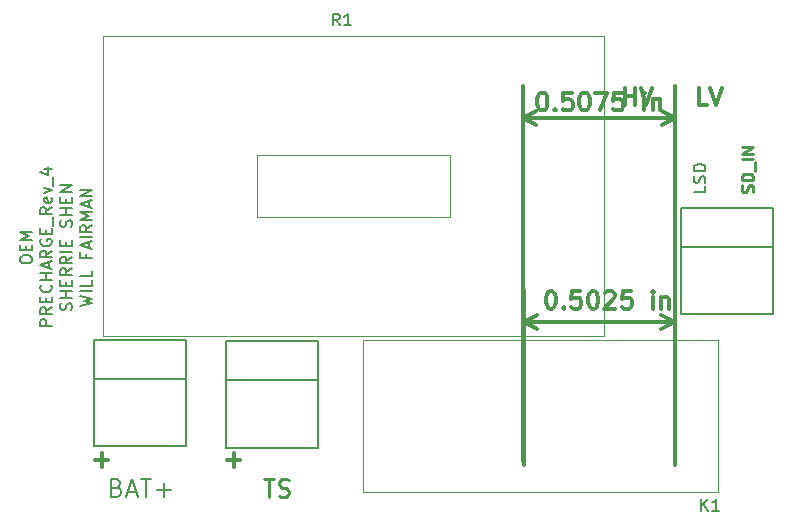
<source format=gbr>
G04 #@! TF.FileFunction,Legend,Top*
%FSLAX46Y46*%
G04 Gerber Fmt 4.6, Leading zero omitted, Abs format (unit mm)*
G04 Created by KiCad (PCBNEW 4.0.7-e2-6376~58~ubuntu16.04.1) date Mon Apr 30 20:59:08 2018*
%MOMM*%
%LPD*%
G01*
G04 APERTURE LIST*
%ADD10C,0.100000*%
%ADD11C,0.292100*%
%ADD12C,0.300000*%
%ADD13C,0.222250*%
%ADD14C,0.190500*%
%ADD15C,0.250000*%
%ADD16C,0.200000*%
%ADD17C,0.150000*%
%ADD18C,0.120000*%
G04 APERTURE END LIST*
D10*
D11*
X172339000Y-79819500D02*
X172339000Y-91376500D01*
D12*
X161794644Y-91190071D02*
X161937501Y-91190071D01*
X162080358Y-91261500D01*
X162151787Y-91332929D01*
X162223216Y-91475786D01*
X162294644Y-91761500D01*
X162294644Y-92118643D01*
X162223216Y-92404357D01*
X162151787Y-92547214D01*
X162080358Y-92618643D01*
X161937501Y-92690071D01*
X161794644Y-92690071D01*
X161651787Y-92618643D01*
X161580358Y-92547214D01*
X161508930Y-92404357D01*
X161437501Y-92118643D01*
X161437501Y-91761500D01*
X161508930Y-91475786D01*
X161580358Y-91332929D01*
X161651787Y-91261500D01*
X161794644Y-91190071D01*
X162937501Y-92547214D02*
X163008929Y-92618643D01*
X162937501Y-92690071D01*
X162866072Y-92618643D01*
X162937501Y-92547214D01*
X162937501Y-92690071D01*
X164366073Y-91190071D02*
X163651787Y-91190071D01*
X163580358Y-91904357D01*
X163651787Y-91832929D01*
X163794644Y-91761500D01*
X164151787Y-91761500D01*
X164294644Y-91832929D01*
X164366073Y-91904357D01*
X164437501Y-92047214D01*
X164437501Y-92404357D01*
X164366073Y-92547214D01*
X164294644Y-92618643D01*
X164151787Y-92690071D01*
X163794644Y-92690071D01*
X163651787Y-92618643D01*
X163580358Y-92547214D01*
X165366072Y-91190071D02*
X165508929Y-91190071D01*
X165651786Y-91261500D01*
X165723215Y-91332929D01*
X165794644Y-91475786D01*
X165866072Y-91761500D01*
X165866072Y-92118643D01*
X165794644Y-92404357D01*
X165723215Y-92547214D01*
X165651786Y-92618643D01*
X165508929Y-92690071D01*
X165366072Y-92690071D01*
X165223215Y-92618643D01*
X165151786Y-92547214D01*
X165080358Y-92404357D01*
X165008929Y-92118643D01*
X165008929Y-91761500D01*
X165080358Y-91475786D01*
X165151786Y-91332929D01*
X165223215Y-91261500D01*
X165366072Y-91190071D01*
X166437500Y-91332929D02*
X166508929Y-91261500D01*
X166651786Y-91190071D01*
X167008929Y-91190071D01*
X167151786Y-91261500D01*
X167223215Y-91332929D01*
X167294643Y-91475786D01*
X167294643Y-91618643D01*
X167223215Y-91832929D01*
X166366072Y-92690071D01*
X167294643Y-92690071D01*
X168651786Y-91190071D02*
X167937500Y-91190071D01*
X167866071Y-91904357D01*
X167937500Y-91832929D01*
X168080357Y-91761500D01*
X168437500Y-91761500D01*
X168580357Y-91832929D01*
X168651786Y-91904357D01*
X168723214Y-92047214D01*
X168723214Y-92404357D01*
X168651786Y-92547214D01*
X168580357Y-92618643D01*
X168437500Y-92690071D01*
X168080357Y-92690071D01*
X167937500Y-92618643D01*
X167866071Y-92547214D01*
X170508928Y-92690071D02*
X170508928Y-91690071D01*
X170508928Y-91190071D02*
X170437499Y-91261500D01*
X170508928Y-91332929D01*
X170580356Y-91261500D01*
X170508928Y-91190071D01*
X170508928Y-91332929D01*
X171223214Y-91690071D02*
X171223214Y-92690071D01*
X171223214Y-91832929D02*
X171294642Y-91761500D01*
X171437500Y-91690071D01*
X171651785Y-91690071D01*
X171794642Y-91761500D01*
X171866071Y-91904357D01*
X171866071Y-92690071D01*
X172339000Y-93853001D02*
X159575500Y-93853001D01*
X172339000Y-105918000D02*
X172339000Y-91153001D01*
X159575500Y-105918000D02*
X159575500Y-91153001D01*
X159575500Y-93853001D02*
X160702004Y-93266580D01*
X159575500Y-93853001D02*
X160702004Y-94439422D01*
X172339000Y-93853001D02*
X171212496Y-93266580D01*
X172339000Y-93853001D02*
X171212496Y-94439422D01*
D11*
X172339000Y-79946500D02*
X172339000Y-74168000D01*
D12*
X161064394Y-74409572D02*
X161207251Y-74409572D01*
X161350108Y-74481001D01*
X161421537Y-74552430D01*
X161492966Y-74695287D01*
X161564394Y-74981001D01*
X161564394Y-75338144D01*
X161492966Y-75623858D01*
X161421537Y-75766715D01*
X161350108Y-75838144D01*
X161207251Y-75909572D01*
X161064394Y-75909572D01*
X160921537Y-75838144D01*
X160850108Y-75766715D01*
X160778680Y-75623858D01*
X160707251Y-75338144D01*
X160707251Y-74981001D01*
X160778680Y-74695287D01*
X160850108Y-74552430D01*
X160921537Y-74481001D01*
X161064394Y-74409572D01*
X162207251Y-75766715D02*
X162278679Y-75838144D01*
X162207251Y-75909572D01*
X162135822Y-75838144D01*
X162207251Y-75766715D01*
X162207251Y-75909572D01*
X163635823Y-74409572D02*
X162921537Y-74409572D01*
X162850108Y-75123858D01*
X162921537Y-75052430D01*
X163064394Y-74981001D01*
X163421537Y-74981001D01*
X163564394Y-75052430D01*
X163635823Y-75123858D01*
X163707251Y-75266715D01*
X163707251Y-75623858D01*
X163635823Y-75766715D01*
X163564394Y-75838144D01*
X163421537Y-75909572D01*
X163064394Y-75909572D01*
X162921537Y-75838144D01*
X162850108Y-75766715D01*
X164635822Y-74409572D02*
X164778679Y-74409572D01*
X164921536Y-74481001D01*
X164992965Y-74552430D01*
X165064394Y-74695287D01*
X165135822Y-74981001D01*
X165135822Y-75338144D01*
X165064394Y-75623858D01*
X164992965Y-75766715D01*
X164921536Y-75838144D01*
X164778679Y-75909572D01*
X164635822Y-75909572D01*
X164492965Y-75838144D01*
X164421536Y-75766715D01*
X164350108Y-75623858D01*
X164278679Y-75338144D01*
X164278679Y-74981001D01*
X164350108Y-74695287D01*
X164421536Y-74552430D01*
X164492965Y-74481001D01*
X164635822Y-74409572D01*
X165635822Y-74409572D02*
X166635822Y-74409572D01*
X165992965Y-75909572D01*
X167921536Y-74409572D02*
X167207250Y-74409572D01*
X167135821Y-75123858D01*
X167207250Y-75052430D01*
X167350107Y-74981001D01*
X167707250Y-74981001D01*
X167850107Y-75052430D01*
X167921536Y-75123858D01*
X167992964Y-75266715D01*
X167992964Y-75623858D01*
X167921536Y-75766715D01*
X167850107Y-75838144D01*
X167707250Y-75909572D01*
X167350107Y-75909572D01*
X167207250Y-75838144D01*
X167135821Y-75766715D01*
X169778678Y-75909572D02*
X169778678Y-74909572D01*
X169778678Y-74409572D02*
X169707249Y-74481001D01*
X169778678Y-74552430D01*
X169850106Y-74481001D01*
X169778678Y-74409572D01*
X169778678Y-74552430D01*
X170492964Y-74909572D02*
X170492964Y-75909572D01*
X170492964Y-75052430D02*
X170564392Y-74981001D01*
X170707250Y-74909572D01*
X170921535Y-74909572D01*
X171064392Y-74981001D01*
X171135821Y-75123858D01*
X171135821Y-75909572D01*
X172402500Y-76581001D02*
X159512000Y-76581001D01*
X172402500Y-105600500D02*
X172402500Y-73881001D01*
X159512000Y-105600500D02*
X159512000Y-73881001D01*
X159512000Y-76581001D02*
X160638504Y-75994580D01*
X159512000Y-76581001D02*
X160638504Y-77167422D01*
X172402500Y-76581001D02*
X171275996Y-75994580D01*
X172402500Y-76581001D02*
X171275996Y-77167422D01*
X123253572Y-105517143D02*
X124396429Y-105517143D01*
X123825000Y-106088571D02*
X123825000Y-104945714D01*
X134429572Y-105517143D02*
X135572429Y-105517143D01*
X135001000Y-106088571D02*
X135001000Y-104945714D01*
D13*
X178966762Y-82827571D02*
X179014381Y-82684714D01*
X179014381Y-82446618D01*
X178966762Y-82351380D01*
X178919143Y-82303761D01*
X178823905Y-82256142D01*
X178728667Y-82256142D01*
X178633429Y-82303761D01*
X178585810Y-82351380D01*
X178538190Y-82446618D01*
X178490571Y-82637095D01*
X178442952Y-82732333D01*
X178395333Y-82779952D01*
X178300095Y-82827571D01*
X178204857Y-82827571D01*
X178109619Y-82779952D01*
X178062000Y-82732333D01*
X178014381Y-82637095D01*
X178014381Y-82398999D01*
X178062000Y-82256142D01*
X179014381Y-81827571D02*
X178014381Y-81827571D01*
X178014381Y-81589476D01*
X178062000Y-81446618D01*
X178157238Y-81351380D01*
X178252476Y-81303761D01*
X178442952Y-81256142D01*
X178585810Y-81256142D01*
X178776286Y-81303761D01*
X178871524Y-81351380D01*
X178966762Y-81446618D01*
X179014381Y-81589476D01*
X179014381Y-81827571D01*
X179109619Y-81065666D02*
X179109619Y-80303761D01*
X179014381Y-80065666D02*
X178014381Y-80065666D01*
X179014381Y-79589476D02*
X178014381Y-79589476D01*
X179014381Y-79018047D01*
X178014381Y-79018047D01*
D14*
X174950381Y-82327666D02*
X174950381Y-82803857D01*
X173950381Y-82803857D01*
X174902762Y-82041952D02*
X174950381Y-81899095D01*
X174950381Y-81660999D01*
X174902762Y-81565761D01*
X174855143Y-81518142D01*
X174759905Y-81470523D01*
X174664667Y-81470523D01*
X174569429Y-81518142D01*
X174521810Y-81565761D01*
X174474190Y-81660999D01*
X174426571Y-81851476D01*
X174378952Y-81946714D01*
X174331333Y-81994333D01*
X174236095Y-82041952D01*
X174140857Y-82041952D01*
X174045619Y-81994333D01*
X173998000Y-81946714D01*
X173950381Y-81851476D01*
X173950381Y-81613380D01*
X173998000Y-81470523D01*
X174950381Y-81041952D02*
X173950381Y-81041952D01*
X173950381Y-80803857D01*
X173998000Y-80660999D01*
X174093238Y-80565761D01*
X174188476Y-80518142D01*
X174378952Y-80470523D01*
X174521810Y-80470523D01*
X174712286Y-80518142D01*
X174807524Y-80565761D01*
X174902762Y-80660999D01*
X174950381Y-80803857D01*
X174950381Y-81041952D01*
D15*
X137541143Y-107128571D02*
X138398286Y-107128571D01*
X137969715Y-108628571D02*
X137969715Y-107128571D01*
X138826857Y-108557143D02*
X139041143Y-108628571D01*
X139398286Y-108628571D01*
X139541143Y-108557143D01*
X139612572Y-108485714D01*
X139684000Y-108342857D01*
X139684000Y-108200000D01*
X139612572Y-108057143D01*
X139541143Y-107985714D01*
X139398286Y-107914286D01*
X139112572Y-107842857D01*
X138969714Y-107771429D01*
X138898286Y-107700000D01*
X138826857Y-107557143D01*
X138826857Y-107414286D01*
X138898286Y-107271429D01*
X138969714Y-107200000D01*
X139112572Y-107128571D01*
X139469714Y-107128571D01*
X139684000Y-107200000D01*
D12*
X175081429Y-75481571D02*
X174367143Y-75481571D01*
X174367143Y-73981571D01*
X175367143Y-73981571D02*
X175867143Y-75481571D01*
X176367143Y-73981571D01*
X168092572Y-75481571D02*
X168092572Y-73981571D01*
X168092572Y-74695857D02*
X168949715Y-74695857D01*
X168949715Y-75481571D02*
X168949715Y-73981571D01*
X169449715Y-73981571D02*
X169949715Y-75481571D01*
X170449715Y-73981571D01*
D16*
X125091286Y-107842857D02*
X125305572Y-107914286D01*
X125377000Y-107985714D01*
X125448429Y-108128571D01*
X125448429Y-108342857D01*
X125377000Y-108485714D01*
X125305572Y-108557143D01*
X125162714Y-108628571D01*
X124591286Y-108628571D01*
X124591286Y-107128571D01*
X125091286Y-107128571D01*
X125234143Y-107200000D01*
X125305572Y-107271429D01*
X125377000Y-107414286D01*
X125377000Y-107557143D01*
X125305572Y-107700000D01*
X125234143Y-107771429D01*
X125091286Y-107842857D01*
X124591286Y-107842857D01*
X126019857Y-108200000D02*
X126734143Y-108200000D01*
X125877000Y-108628571D02*
X126377000Y-107128571D01*
X126877000Y-108628571D01*
X127162714Y-107128571D02*
X128019857Y-107128571D01*
X127591286Y-108628571D02*
X127591286Y-107128571D01*
X128519857Y-108057143D02*
X129662714Y-108057143D01*
X129091285Y-108628571D02*
X129091285Y-107485714D01*
X116917381Y-88622048D02*
X116917381Y-88431571D01*
X116965000Y-88336333D01*
X117060238Y-88241095D01*
X117250714Y-88193476D01*
X117584048Y-88193476D01*
X117774524Y-88241095D01*
X117869762Y-88336333D01*
X117917381Y-88431571D01*
X117917381Y-88622048D01*
X117869762Y-88717286D01*
X117774524Y-88812524D01*
X117584048Y-88860143D01*
X117250714Y-88860143D01*
X117060238Y-88812524D01*
X116965000Y-88717286D01*
X116917381Y-88622048D01*
X117393571Y-87764905D02*
X117393571Y-87431571D01*
X117917381Y-87288714D02*
X117917381Y-87764905D01*
X116917381Y-87764905D01*
X116917381Y-87288714D01*
X117917381Y-86860143D02*
X116917381Y-86860143D01*
X117631667Y-86526809D01*
X116917381Y-86193476D01*
X117917381Y-86193476D01*
X119617381Y-94169667D02*
X118617381Y-94169667D01*
X118617381Y-93788714D01*
X118665000Y-93693476D01*
X118712619Y-93645857D01*
X118807857Y-93598238D01*
X118950714Y-93598238D01*
X119045952Y-93645857D01*
X119093571Y-93693476D01*
X119141190Y-93788714D01*
X119141190Y-94169667D01*
X119617381Y-92598238D02*
X119141190Y-92931572D01*
X119617381Y-93169667D02*
X118617381Y-93169667D01*
X118617381Y-92788714D01*
X118665000Y-92693476D01*
X118712619Y-92645857D01*
X118807857Y-92598238D01*
X118950714Y-92598238D01*
X119045952Y-92645857D01*
X119093571Y-92693476D01*
X119141190Y-92788714D01*
X119141190Y-93169667D01*
X119093571Y-92169667D02*
X119093571Y-91836333D01*
X119617381Y-91693476D02*
X119617381Y-92169667D01*
X118617381Y-92169667D01*
X118617381Y-91693476D01*
X119522143Y-90693476D02*
X119569762Y-90741095D01*
X119617381Y-90883952D01*
X119617381Y-90979190D01*
X119569762Y-91122048D01*
X119474524Y-91217286D01*
X119379286Y-91264905D01*
X119188810Y-91312524D01*
X119045952Y-91312524D01*
X118855476Y-91264905D01*
X118760238Y-91217286D01*
X118665000Y-91122048D01*
X118617381Y-90979190D01*
X118617381Y-90883952D01*
X118665000Y-90741095D01*
X118712619Y-90693476D01*
X119617381Y-90264905D02*
X118617381Y-90264905D01*
X119093571Y-90264905D02*
X119093571Y-89693476D01*
X119617381Y-89693476D02*
X118617381Y-89693476D01*
X119331667Y-89264905D02*
X119331667Y-88788714D01*
X119617381Y-89360143D02*
X118617381Y-89026810D01*
X119617381Y-88693476D01*
X119617381Y-87788714D02*
X119141190Y-88122048D01*
X119617381Y-88360143D02*
X118617381Y-88360143D01*
X118617381Y-87979190D01*
X118665000Y-87883952D01*
X118712619Y-87836333D01*
X118807857Y-87788714D01*
X118950714Y-87788714D01*
X119045952Y-87836333D01*
X119093571Y-87883952D01*
X119141190Y-87979190D01*
X119141190Y-88360143D01*
X118665000Y-86836333D02*
X118617381Y-86931571D01*
X118617381Y-87074428D01*
X118665000Y-87217286D01*
X118760238Y-87312524D01*
X118855476Y-87360143D01*
X119045952Y-87407762D01*
X119188810Y-87407762D01*
X119379286Y-87360143D01*
X119474524Y-87312524D01*
X119569762Y-87217286D01*
X119617381Y-87074428D01*
X119617381Y-86979190D01*
X119569762Y-86836333D01*
X119522143Y-86788714D01*
X119188810Y-86788714D01*
X119188810Y-86979190D01*
X119093571Y-86360143D02*
X119093571Y-86026809D01*
X119617381Y-85883952D02*
X119617381Y-86360143D01*
X118617381Y-86360143D01*
X118617381Y-85883952D01*
X119712619Y-85693476D02*
X119712619Y-84931571D01*
X119617381Y-84122047D02*
X119141190Y-84455381D01*
X119617381Y-84693476D02*
X118617381Y-84693476D01*
X118617381Y-84312523D01*
X118665000Y-84217285D01*
X118712619Y-84169666D01*
X118807857Y-84122047D01*
X118950714Y-84122047D01*
X119045952Y-84169666D01*
X119093571Y-84217285D01*
X119141190Y-84312523D01*
X119141190Y-84693476D01*
X119569762Y-83312523D02*
X119617381Y-83407761D01*
X119617381Y-83598238D01*
X119569762Y-83693476D01*
X119474524Y-83741095D01*
X119093571Y-83741095D01*
X118998333Y-83693476D01*
X118950714Y-83598238D01*
X118950714Y-83407761D01*
X118998333Y-83312523D01*
X119093571Y-83264904D01*
X119188810Y-83264904D01*
X119284048Y-83741095D01*
X118950714Y-82931571D02*
X119617381Y-82693476D01*
X118950714Y-82455380D01*
X119712619Y-82312523D02*
X119712619Y-81550618D01*
X118950714Y-80883951D02*
X119617381Y-80883951D01*
X118569762Y-81122047D02*
X119284048Y-81360142D01*
X119284048Y-80741094D01*
X121269762Y-92812524D02*
X121317381Y-92669667D01*
X121317381Y-92431571D01*
X121269762Y-92336333D01*
X121222143Y-92288714D01*
X121126905Y-92241095D01*
X121031667Y-92241095D01*
X120936429Y-92288714D01*
X120888810Y-92336333D01*
X120841190Y-92431571D01*
X120793571Y-92622048D01*
X120745952Y-92717286D01*
X120698333Y-92764905D01*
X120603095Y-92812524D01*
X120507857Y-92812524D01*
X120412619Y-92764905D01*
X120365000Y-92717286D01*
X120317381Y-92622048D01*
X120317381Y-92383952D01*
X120365000Y-92241095D01*
X121317381Y-91812524D02*
X120317381Y-91812524D01*
X120793571Y-91812524D02*
X120793571Y-91241095D01*
X121317381Y-91241095D02*
X120317381Y-91241095D01*
X120793571Y-90764905D02*
X120793571Y-90431571D01*
X121317381Y-90288714D02*
X121317381Y-90764905D01*
X120317381Y-90764905D01*
X120317381Y-90288714D01*
X121317381Y-89288714D02*
X120841190Y-89622048D01*
X121317381Y-89860143D02*
X120317381Y-89860143D01*
X120317381Y-89479190D01*
X120365000Y-89383952D01*
X120412619Y-89336333D01*
X120507857Y-89288714D01*
X120650714Y-89288714D01*
X120745952Y-89336333D01*
X120793571Y-89383952D01*
X120841190Y-89479190D01*
X120841190Y-89860143D01*
X121317381Y-88288714D02*
X120841190Y-88622048D01*
X121317381Y-88860143D02*
X120317381Y-88860143D01*
X120317381Y-88479190D01*
X120365000Y-88383952D01*
X120412619Y-88336333D01*
X120507857Y-88288714D01*
X120650714Y-88288714D01*
X120745952Y-88336333D01*
X120793571Y-88383952D01*
X120841190Y-88479190D01*
X120841190Y-88860143D01*
X121317381Y-87860143D02*
X120317381Y-87860143D01*
X120793571Y-87383953D02*
X120793571Y-87050619D01*
X121317381Y-86907762D02*
X121317381Y-87383953D01*
X120317381Y-87383953D01*
X120317381Y-86907762D01*
X121269762Y-85764905D02*
X121317381Y-85622048D01*
X121317381Y-85383952D01*
X121269762Y-85288714D01*
X121222143Y-85241095D01*
X121126905Y-85193476D01*
X121031667Y-85193476D01*
X120936429Y-85241095D01*
X120888810Y-85288714D01*
X120841190Y-85383952D01*
X120793571Y-85574429D01*
X120745952Y-85669667D01*
X120698333Y-85717286D01*
X120603095Y-85764905D01*
X120507857Y-85764905D01*
X120412619Y-85717286D01*
X120365000Y-85669667D01*
X120317381Y-85574429D01*
X120317381Y-85336333D01*
X120365000Y-85193476D01*
X121317381Y-84764905D02*
X120317381Y-84764905D01*
X120793571Y-84764905D02*
X120793571Y-84193476D01*
X121317381Y-84193476D02*
X120317381Y-84193476D01*
X120793571Y-83717286D02*
X120793571Y-83383952D01*
X121317381Y-83241095D02*
X121317381Y-83717286D01*
X120317381Y-83717286D01*
X120317381Y-83241095D01*
X121317381Y-82812524D02*
X120317381Y-82812524D01*
X121317381Y-82241095D01*
X120317381Y-82241095D01*
X122017381Y-92479190D02*
X123017381Y-92241095D01*
X122303095Y-92050618D01*
X123017381Y-91860142D01*
X122017381Y-91622047D01*
X123017381Y-91241095D02*
X122017381Y-91241095D01*
X123017381Y-90288714D02*
X123017381Y-90764905D01*
X122017381Y-90764905D01*
X123017381Y-89479190D02*
X123017381Y-89955381D01*
X122017381Y-89955381D01*
X122493571Y-88050618D02*
X122493571Y-88383952D01*
X123017381Y-88383952D02*
X122017381Y-88383952D01*
X122017381Y-87907761D01*
X122731667Y-87574428D02*
X122731667Y-87098237D01*
X123017381Y-87669666D02*
X122017381Y-87336333D01*
X123017381Y-87002999D01*
X123017381Y-86669666D02*
X122017381Y-86669666D01*
X123017381Y-85622047D02*
X122541190Y-85955381D01*
X123017381Y-86193476D02*
X122017381Y-86193476D01*
X122017381Y-85812523D01*
X122065000Y-85717285D01*
X122112619Y-85669666D01*
X122207857Y-85622047D01*
X122350714Y-85622047D01*
X122445952Y-85669666D01*
X122493571Y-85717285D01*
X122541190Y-85812523D01*
X122541190Y-86193476D01*
X123017381Y-85193476D02*
X122017381Y-85193476D01*
X122731667Y-84860142D01*
X122017381Y-84526809D01*
X123017381Y-84526809D01*
X122731667Y-84098238D02*
X122731667Y-83622047D01*
X123017381Y-84193476D02*
X122017381Y-83860143D01*
X123017381Y-83526809D01*
X123017381Y-83193476D02*
X122017381Y-83193476D01*
X123017381Y-82622047D01*
X122017381Y-82622047D01*
D17*
X142164900Y-98778800D02*
X142164900Y-95468800D01*
X142164900Y-95468800D02*
X134364900Y-95468800D01*
X134364900Y-95468800D02*
X134364900Y-98778800D01*
X134364900Y-98778800D02*
X134364900Y-104500800D01*
X142164900Y-98778800D02*
X142164900Y-104500800D01*
X134364900Y-98778800D02*
X142164900Y-98778800D01*
X134364900Y-104500800D02*
X142164900Y-104500800D01*
D18*
X175982000Y-108244000D02*
X145982000Y-108244000D01*
X145982000Y-108244000D02*
X145982000Y-95344000D01*
X175982000Y-95344000D02*
X145982000Y-95344000D01*
X175982000Y-108244000D02*
X175982000Y-95344000D01*
D17*
X130963500Y-98639100D02*
X130963500Y-95329100D01*
X130963500Y-95329100D02*
X123163500Y-95329100D01*
X123163500Y-95329100D02*
X123163500Y-98639100D01*
X123163500Y-98639100D02*
X123163500Y-104361100D01*
X130963500Y-98639100D02*
X130963500Y-104361100D01*
X123163500Y-98639100D02*
X130963500Y-98639100D01*
X123163500Y-104361100D02*
X130963500Y-104361100D01*
X180686600Y-87445200D02*
X180686600Y-84135200D01*
X180686600Y-84135200D02*
X172886600Y-84135200D01*
X172886600Y-84135200D02*
X172886600Y-87445200D01*
X172886600Y-87445200D02*
X172886600Y-93167200D01*
X180686600Y-87445200D02*
X180686600Y-93167200D01*
X172886600Y-87445200D02*
X180686600Y-87445200D01*
X172886600Y-93167200D02*
X180686600Y-93167200D01*
D18*
X137000000Y-79696000D02*
X153300000Y-79696000D01*
X123950000Y-69596000D02*
X166350000Y-69596000D01*
X137000000Y-79696000D02*
X137000000Y-84896000D01*
X153300000Y-79696000D02*
X153300000Y-84896000D01*
X137000000Y-84896000D02*
X153300000Y-84896000D01*
X123950000Y-94996000D02*
X166350000Y-94996000D01*
X166350000Y-94996000D02*
X166350000Y-69596000D01*
X123950000Y-94996000D02*
X123950000Y-69596000D01*
D17*
X174587905Y-109799381D02*
X174587905Y-108799381D01*
X175159334Y-109799381D02*
X174730762Y-109227952D01*
X175159334Y-108799381D02*
X174587905Y-109370810D01*
X176111715Y-109799381D02*
X175540286Y-109799381D01*
X175826000Y-109799381D02*
X175826000Y-108799381D01*
X175730762Y-108942238D01*
X175635524Y-109037476D01*
X175540286Y-109085095D01*
X143978334Y-68714881D02*
X143645000Y-68238690D01*
X143406905Y-68714881D02*
X143406905Y-67714881D01*
X143787858Y-67714881D01*
X143883096Y-67762500D01*
X143930715Y-67810119D01*
X143978334Y-67905357D01*
X143978334Y-68048214D01*
X143930715Y-68143452D01*
X143883096Y-68191071D01*
X143787858Y-68238690D01*
X143406905Y-68238690D01*
X144930715Y-68714881D02*
X144359286Y-68714881D01*
X144645000Y-68714881D02*
X144645000Y-67714881D01*
X144549762Y-67857738D01*
X144454524Y-67952976D01*
X144359286Y-68000595D01*
M02*

</source>
